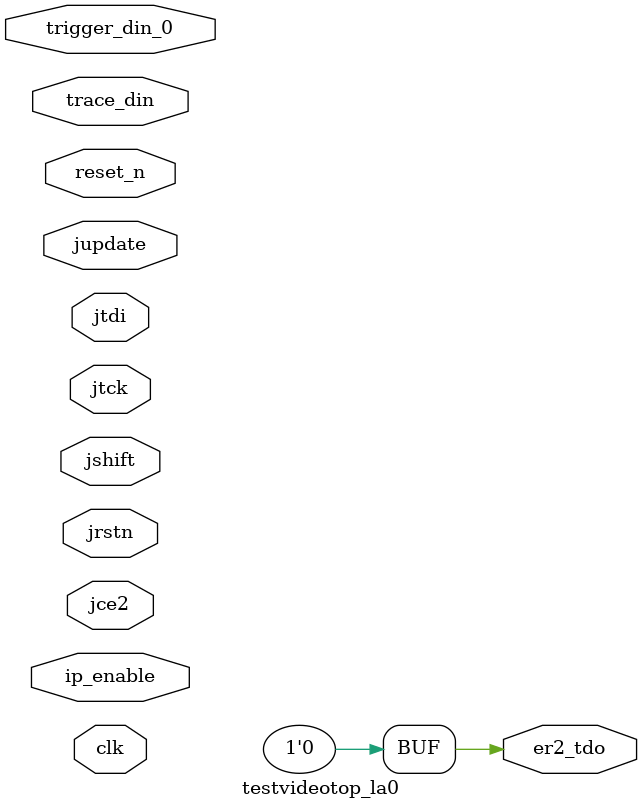
<source format=v>

/* WARNING - Changes to this file should be performed by re-running IPexpress
or modifying the .LPC file and regenerating the core.  Other changes may lead
to inconsistent simulation and/or implemenation results */

module testvideotop_la0 (
    clk,
    reset_n,
    jtck,
    jrstn,
    jce2,
    jtdi,
    er2_tdo,
    jshift,
    jupdate,
    trigger_din_0,
    trace_din,
    ip_enable
);

// PARAMETERS DEFINED BY USER
localparam NUM_TRACE_SIGNALS   = 60;
localparam NUM_TRIGGER_SIGNALS = 1;
localparam INCLUDE_TRIG_DATA   = 0;
localparam NUM_TU_BITS_0       = 1;

input  clk;
input  reset_n;
input  jtck;
input  jrstn;
input  jce2;
input  jtdi;
output er2_tdo;
input  jshift;
input  jupdate;
input  [NUM_TU_BITS_0 -1:0] trigger_din_0;
input  [NUM_TRACE_SIGNALS + (NUM_TRIGGER_SIGNALS * INCLUDE_TRIG_DATA) -1:0] trace_din;
input  ip_enable;

assign er2_tdo = 1'b0;

endmodule

</source>
